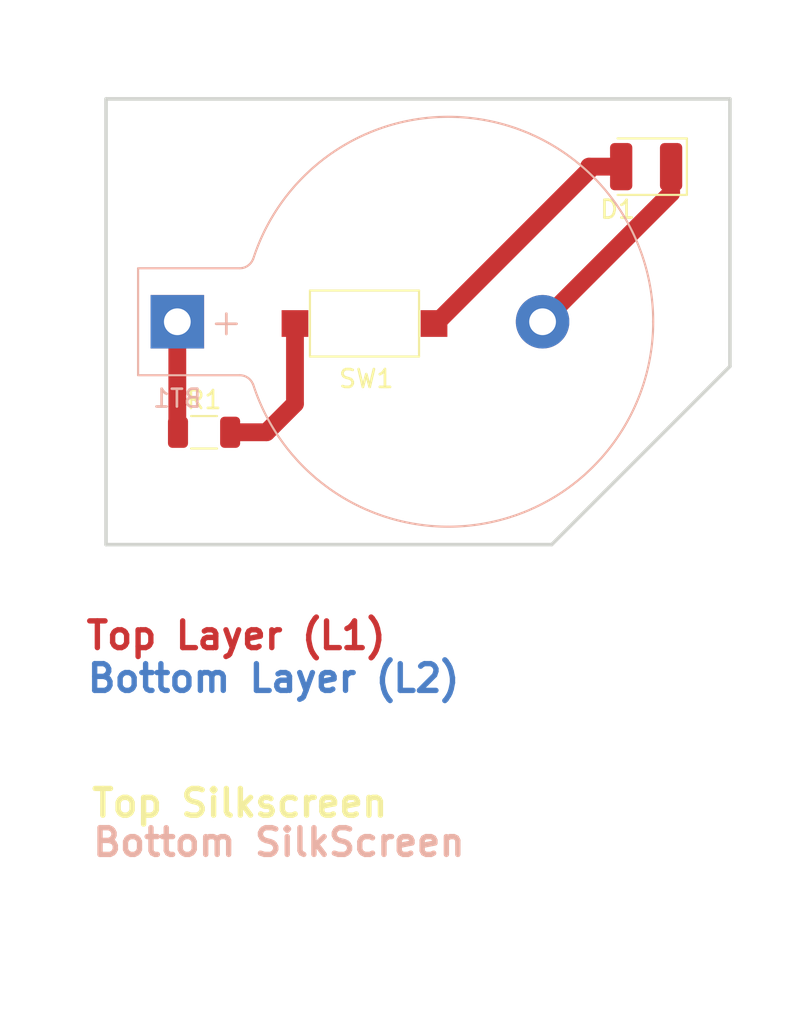
<source format=kicad_pcb>
(kicad_pcb (version 20171130) (host pcbnew "(5.1.9)-1")

  (general
    (thickness 1.6)
    (drawings 492)
    (tracks 12)
    (zones 0)
    (modules 5)
    (nets 5)
  )

  (page A4)
  (layers
    (0 F.Cu signal)
    (31 B.Cu signal)
    (32 B.Adhes user)
    (33 F.Adhes user)
    (34 B.Paste user)
    (35 F.Paste user)
    (36 B.SilkS user)
    (37 F.SilkS user)
    (38 B.Mask user)
    (39 F.Mask user)
    (40 Dwgs.User user)
    (41 Cmts.User user)
    (42 Eco1.User user)
    (43 Eco2.User user)
    (44 Edge.Cuts user)
    (45 Margin user)
    (46 B.CrtYd user)
    (47 F.CrtYd user)
    (48 B.Fab user)
    (49 F.Fab user)
  )

  (setup
    (last_trace_width 1)
    (trace_clearance 0.3)
    (zone_clearance 0.508)
    (zone_45_only no)
    (trace_min 1)
    (via_size 0.8)
    (via_drill 0.4)
    (via_min_size 0.4)
    (via_min_drill 0.3)
    (uvia_size 0.3)
    (uvia_drill 0.1)
    (uvias_allowed no)
    (uvia_min_size 0.2)
    (uvia_min_drill 0.1)
    (edge_width 0.05)
    (segment_width 0.2)
    (pcb_text_width 0.3)
    (pcb_text_size 1.5 1.5)
    (mod_edge_width 0.12)
    (mod_text_size 1 1)
    (mod_text_width 0.15)
    (pad_size 1.524 1.524)
    (pad_drill 0.762)
    (pad_to_mask_clearance 0)
    (aux_axis_origin 0 0)
    (visible_elements 7FFFFFFF)
    (pcbplotparams
      (layerselection 0x10000_7ffffffe)
      (usegerberextensions false)
      (usegerberattributes true)
      (usegerberadvancedattributes true)
      (creategerberjobfile true)
      (excludeedgelayer false)
      (linewidth 0.100000)
      (plotframeref false)
      (viasonmask false)
      (mode 1)
      (useauxorigin false)
      (hpglpennumber 1)
      (hpglpenspeed 20)
      (hpglpendiameter 15.000000)
      (psnegative false)
      (psa4output false)
      (plotreference true)
      (plotvalue false)
      (plotinvisibletext false)
      (padsonsilk false)
      (subtractmaskfromsilk false)
      (outputformat 4)
      (mirror true)
      (drillshape 0)
      (scaleselection 1)
      (outputdirectory "Gerber"))
  )

  (net 0 "")
  (net 1 "Net-(BT1-Pad2)")
  (net 2 "Net-(BT1-Pad1)")
  (net 3 "Net-(D1-Pad2)")
  (net 4 "Net-(R1-Pad2)")

  (net_class Default "This is the default net class."
    (clearance 0.3)
    (trace_width 1)
    (via_dia 0.8)
    (via_drill 0.4)
    (uvia_dia 0.3)
    (uvia_drill 0.1)
    (diff_pair_width 1)
    (diff_pair_gap 0.25)
    (add_net "Net-(BT1-Pad1)")
    (add_net "Net-(BT1-Pad2)")
    (add_net "Net-(D1-Pad2)")
    (add_net "Net-(R1-Pad2)")
  )

  (module Resistor_SMD:R_1206_3216Metric (layer F.Cu) (tedit 5F68FEEE) (tstamp 60E07B9F)
    (at 85.5 108.7)
    (descr "Resistor SMD 1206 (3216 Metric), square (rectangular) end terminal, IPC_7351 nominal, (Body size source: IPC-SM-782 page 72, https://www.pcb-3d.com/wordpress/wp-content/uploads/ipc-sm-782a_amendment_1_and_2.pdf), generated with kicad-footprint-generator")
    (tags resistor)
    (path /60E10281)
    (attr smd)
    (fp_text reference R1 (at 0 -1.82) (layer F.SilkS)
      (effects (font (size 1 1) (thickness 0.15)))
    )
    (fp_text value 300R (at 0 1.82) (layer F.Fab)
      (effects (font (size 1 1) (thickness 0.15)))
    )
    (fp_line (start -1.6 0.8) (end -1.6 -0.8) (layer F.Fab) (width 0.1))
    (fp_line (start -1.6 -0.8) (end 1.6 -0.8) (layer F.Fab) (width 0.1))
    (fp_line (start 1.6 -0.8) (end 1.6 0.8) (layer F.Fab) (width 0.1))
    (fp_line (start 1.6 0.8) (end -1.6 0.8) (layer F.Fab) (width 0.1))
    (fp_line (start -0.727064 -0.91) (end 0.727064 -0.91) (layer F.SilkS) (width 0.12))
    (fp_line (start -0.727064 0.91) (end 0.727064 0.91) (layer F.SilkS) (width 0.12))
    (fp_line (start -2.28 1.12) (end -2.28 -1.12) (layer F.CrtYd) (width 0.05))
    (fp_line (start -2.28 -1.12) (end 2.28 -1.12) (layer F.CrtYd) (width 0.05))
    (fp_line (start 2.28 -1.12) (end 2.28 1.12) (layer F.CrtYd) (width 0.05))
    (fp_line (start 2.28 1.12) (end -2.28 1.12) (layer F.CrtYd) (width 0.05))
    (fp_text user %R (at 0 0) (layer F.Fab)
      (effects (font (size 0.8 0.8) (thickness 0.12)))
    )
    (pad 2 smd roundrect (at 1.4625 0) (size 1.125 1.75) (layers F.Cu F.Paste F.Mask) (roundrect_rratio 0.2222213333333333)
      (net 4 "Net-(R1-Pad2)"))
    (pad 1 smd roundrect (at -1.4625 0) (size 1.125 1.75) (layers F.Cu F.Paste F.Mask) (roundrect_rratio 0.2222213333333333)
      (net 2 "Net-(BT1-Pad1)"))
    (model ${KISYS3DMOD}/Resistor_SMD.3dshapes/R_1206_3216Metric.wrl
      (at (xyz 0 0 0))
      (scale (xyz 1 1 1))
      (rotate (xyz 0 0 0))
    )
  )

  (module Button_Switch_SMD:SW_SPST_CK_RS282G05A3 (layer F.Cu) (tedit 5A7A67D2) (tstamp 60E07BBA)
    (at 94.5 102.6 180)
    (descr https://www.mouser.com/ds/2/60/RS-282G05A-SM_RT-1159762.pdf)
    (tags "SPST button tactile switch")
    (path /60E0EF37)
    (attr smd)
    (fp_text reference SW1 (at -0.2 -2.7) (layer B.Fab) hide
      (effects (font (size 1 1) (thickness 0.15)) (justify mirror))
    )
    (fp_text value SW_Push (at 0 3) (layer F.Fab)
      (effects (font (size 1 1) (thickness 0.15)))
    )
    (fp_line (start -4.9 2.05) (end -4.9 -2.05) (layer F.CrtYd) (width 0.05))
    (fp_line (start 4.9 2.05) (end -4.9 2.05) (layer F.CrtYd) (width 0.05))
    (fp_line (start 4.9 -2.05) (end 4.9 2.05) (layer F.CrtYd) (width 0.05))
    (fp_line (start -4.9 -2.05) (end 4.9 -2.05) (layer F.CrtYd) (width 0.05))
    (fp_line (start -1.75 -1) (end 1.75 -1) (layer F.Fab) (width 0.1))
    (fp_line (start 1.75 -1) (end 1.75 1) (layer F.Fab) (width 0.1))
    (fp_line (start 1.75 1) (end -1.75 1) (layer F.Fab) (width 0.1))
    (fp_line (start -1.75 1) (end -1.75 -1) (layer F.Fab) (width 0.1))
    (fp_line (start -3.06 -1.85) (end 3.06 -1.85) (layer F.SilkS) (width 0.12))
    (fp_line (start 3.06 -1.85) (end 3.06 1.85) (layer F.SilkS) (width 0.12))
    (fp_line (start 3.06 1.85) (end -3.06 1.85) (layer F.SilkS) (width 0.12))
    (fp_line (start -3.06 1.85) (end -3.06 -1.85) (layer F.SilkS) (width 0.12))
    (fp_line (start -1.5 0.8) (end 1.5 0.8) (layer F.Fab) (width 0.1))
    (fp_line (start -1.5 -0.8) (end 1.5 -0.8) (layer F.Fab) (width 0.1))
    (fp_line (start 1.5 -0.8) (end 1.5 0.8) (layer F.Fab) (width 0.1))
    (fp_line (start -1.5 -0.8) (end -1.5 0.8) (layer F.Fab) (width 0.1))
    (fp_line (start -3 1.8) (end 3 1.8) (layer F.Fab) (width 0.1))
    (fp_line (start -3 -1.8) (end 3 -1.8) (layer F.Fab) (width 0.1))
    (fp_line (start -3 -1.8) (end -3 1.8) (layer F.Fab) (width 0.1))
    (fp_line (start 3 -1.8) (end 3 1.8) (layer F.Fab) (width 0.1))
    (fp_text user %R (at -0.1 -3.1) (layer F.SilkS)
      (effects (font (size 1 1) (thickness 0.15)))
    )
    (pad 2 smd rect (at 3.9 0 180) (size 1.5 1.5) (layers F.Cu F.Paste F.Mask)
      (net 4 "Net-(R1-Pad2)"))
    (pad 1 smd rect (at -3.9 0 180) (size 1.5 1.5) (layers F.Cu F.Paste F.Mask)
      (net 3 "Net-(D1-Pad2)"))
    (model ${KISYS3DMOD}/Button_Switch_SMD.3dshapes/SW_SPST_CK_RS282G05A3.wrl
      (at (xyz 0 0 0))
      (scale (xyz 1 1 1))
      (rotate (xyz 0 0 0))
    )
  )

  (module MountingHole:MountingHole_4mm (layer F.Cu) (tedit 56D1B4CB) (tstamp 60E07B8E)
    (at 85 95)
    (descr "Mounting Hole 4mm, no annular")
    (tags "mounting hole 4mm no annular")
    (path /60E07DCA)
    (attr virtual)
    (fp_text reference H1 (at 0 -5) (layer F.SilkS) hide
      (effects (font (size 1 1) (thickness 0.15)))
    )
    (fp_text value MountingHole (at 0 5) (layer F.Fab) hide
      (effects (font (size 1 1) (thickness 0.15)))
    )
    (fp_circle (center 0 0) (end 4 0) (layer Cmts.User) (width 0.15))
    (fp_circle (center 0 0) (end 4.25 0) (layer F.CrtYd) (width 0.05))
    (fp_text user %R (at 0.3 0) (layer F.Fab) hide
      (effects (font (size 1 1) (thickness 0.15)))
    )
    (pad 1 np_thru_hole circle (at 0 0) (size 4 4) (drill 4) (layers *.Cu *.Mask))
  )

  (module LED_SMD:LED_1210_3225Metric (layer F.Cu) (tedit 5F68FEF1) (tstamp 60E07B86)
    (at 110.3 93.8 180)
    (descr "LED SMD 1210 (3225 Metric), square (rectangular) end terminal, IPC_7351 nominal, (Body size source: http://www.tortai-tech.com/upload/download/2011102023233369053.pdf), generated with kicad-footprint-generator")
    (tags LED)
    (path /60E10E4E)
    (attr smd)
    (fp_text reference D1 (at 1.6 -2.4) (layer F.SilkS)
      (effects (font (size 1 1) (thickness 0.15)))
    )
    (fp_text value RED (at 0 2.28) (layer F.Fab)
      (effects (font (size 1 1) (thickness 0.15)))
    )
    (fp_line (start 1.6 -1.25) (end -0.975 -1.25) (layer F.Fab) (width 0.1))
    (fp_line (start -0.975 -1.25) (end -1.6 -0.625) (layer F.Fab) (width 0.1))
    (fp_line (start -1.6 -0.625) (end -1.6 1.25) (layer F.Fab) (width 0.1))
    (fp_line (start -1.6 1.25) (end 1.6 1.25) (layer F.Fab) (width 0.1))
    (fp_line (start 1.6 1.25) (end 1.6 -1.25) (layer F.Fab) (width 0.1))
    (fp_line (start 1.6 -1.585) (end -2.285 -1.585) (layer F.SilkS) (width 0.12))
    (fp_line (start -2.285 -1.585) (end -2.285 1.585) (layer F.SilkS) (width 0.12))
    (fp_line (start -2.285 1.585) (end 1.6 1.585) (layer F.SilkS) (width 0.12))
    (fp_line (start -2.28 1.58) (end -2.28 -1.58) (layer F.CrtYd) (width 0.05))
    (fp_line (start -2.28 -1.58) (end 2.28 -1.58) (layer F.CrtYd) (width 0.05))
    (fp_line (start 2.28 -1.58) (end 2.28 1.58) (layer F.CrtYd) (width 0.05))
    (fp_line (start 2.28 1.58) (end -2.28 1.58) (layer F.CrtYd) (width 0.05))
    (fp_text user %R (at 0 0) (layer F.Fab)
      (effects (font (size 0.8 0.8) (thickness 0.12)))
    )
    (pad 2 smd roundrect (at 1.4 0 180) (size 1.25 2.65) (layers F.Cu F.Paste F.Mask) (roundrect_rratio 0.2)
      (net 3 "Net-(D1-Pad2)"))
    (pad 1 smd roundrect (at -1.4 0 180) (size 1.25 2.65) (layers F.Cu F.Paste F.Mask) (roundrect_rratio 0.2)
      (net 1 "Net-(BT1-Pad2)"))
    (model ${KISYS3DMOD}/LED_SMD.3dshapes/LED_1210_3225Metric.wrl
      (at (xyz 0 0 0))
      (scale (xyz 1 1 1))
      (rotate (xyz 0 0 0))
    )
  )

  (module SimpleLED:BatteryHolder_Keystone_103_1x20mm (layer B.Cu) (tedit 60557C3B) (tstamp 60E07B73)
    (at 84 102.5)
    (descr http://www.keyelco.com/product-pdf.cfm?p=719)
    (tags "Keystone type 103 battery holder")
    (path /60E072E0)
    (fp_text reference BT1 (at 0 4.3) (layer B.SilkS)
      (effects (font (size 1 1) (thickness 0.15)) (justify mirror))
    )
    (fp_text value "103(CR2032)" (at 15 -13) (layer F.Fab)
      (effects (font (size 1 1) (thickness 0.15)))
    )
    (fp_line (start 0 1.3) (end 0 -1.3) (layer B.Fab) (width 0.1))
    (fp_line (start 16.2 1.3) (end 0 1.3) (layer B.Fab) (width 0.1))
    (fp_line (start 0 -1.3) (end 16.2 -1.3) (layer B.Fab) (width 0.1))
    (fp_line (start -2.1 2.5) (end -2.1 -2.5) (layer B.Fab) (width 0.1))
    (fp_line (start -1.7 -2.9) (end 3.5306 -2.9) (layer B.Fab) (width 0.1))
    (fp_line (start 3.5306 2.9) (end -1.7 2.9) (layer B.Fab) (width 0.1))
    (fp_line (start 23.5712 7.7216) (end 22.6314 6.858) (layer B.Fab) (width 0.1))
    (fp_line (start 23.5712 -7.7216) (end 22.6568 -6.8834) (layer B.Fab) (width 0.1))
    (fp_line (start -2.2 -3) (end 3.5 -3) (layer B.SilkS) (width 0.12))
    (fp_line (start -2.2 -3) (end -2.2 3) (layer B.SilkS) (width 0.12))
    (fp_line (start -2.2 3) (end 3.5 3) (layer B.SilkS) (width 0.12))
    (fp_line (start -2.45 -3.25) (end -2.45 3.25) (layer B.CrtYd) (width 0.05))
    (fp_line (start -2.45 -3.25) (end 3.5 -3.25) (layer B.CrtYd) (width 0.05))
    (fp_line (start -2.45 3.25) (end 3.5 3.25) (layer B.CrtYd) (width 0.05))
    (fp_text user + (at 2.75 0) (layer B.SilkS)
      (effects (font (size 1.5 1.5) (thickness 0.15)) (justify mirror))
    )
    (fp_text user %R (at 0 0) (layer B.Fab)
      (effects (font (size 1 1) (thickness 0.15)) (justify mirror))
    )
    (fp_arc (start 15.2 0) (end 4.01 -3.6) (angle 162.1661955) (layer B.CrtYd) (width 0.05))
    (fp_arc (start 15.2 0) (end 4.01 3.6) (angle -162.1661955) (layer B.CrtYd) (width 0.05))
    (fp_arc (start 3.5 -3.8) (end 3.5 -3.25) (angle -70) (layer B.CrtYd) (width 0.05))
    (fp_arc (start 3.5 3.8) (end 3.5 3.25) (angle 70) (layer B.CrtYd) (width 0.05))
    (fp_arc (start 15.2 0) (end 4.25 -3.5) (angle 162.5) (layer B.SilkS) (width 0.12))
    (fp_arc (start 3.5 -3.8) (end 3.5 -3) (angle -70) (layer B.SilkS) (width 0.12))
    (fp_arc (start 15.2 0) (end 4.25 3.5) (angle -162.5) (layer B.SilkS) (width 0.12))
    (fp_arc (start 3.5 3.8) (end 3.5 3) (angle 70) (layer B.SilkS) (width 0.12))
    (fp_arc (start 3.5 -3.8) (end 3.5 -2.9) (angle -70) (layer B.Fab) (width 0.1))
    (fp_arc (start 15.2 0) (end 4.35 -3.5) (angle 162.5) (layer B.Fab) (width 0.1))
    (fp_arc (start 15.2 0) (end 4.35 3.5) (angle -162.5) (layer B.Fab) (width 0.1))
    (fp_arc (start 15.2 0) (end 5.2 -1.3) (angle 180) (layer B.Fab) (width 0.1))
    (fp_arc (start 15.2 0) (end 9 -1.3) (angle 170) (layer B.Fab) (width 0.1))
    (fp_arc (start 15.2 0) (end 13.3 -1.3) (angle 150) (layer B.Fab) (width 0.1))
    (fp_arc (start 15.2 0) (end 13.3 1.3) (angle -150) (layer B.Fab) (width 0.1))
    (fp_arc (start 15.2 0) (end 9 1.3) (angle -170) (layer B.Fab) (width 0.1))
    (fp_arc (start 15.2 0) (end 5.2 1.3) (angle -180) (layer B.Fab) (width 0.1))
    (fp_arc (start 3.5 3.8) (end 3.5 2.9) (angle 70) (layer B.Fab) (width 0.1))
    (fp_arc (start 16.2 0) (end 16.2 1.3) (angle -180) (layer B.Fab) (width 0.1))
    (fp_arc (start -1.7 -2.5) (end -2.1 -2.5) (angle 90) (layer B.Fab) (width 0.1))
    (fp_arc (start -1.7 2.5) (end -2.1 2.5) (angle -90) (layer B.Fab) (width 0.1))
    (pad 2 thru_hole circle (at 20.49 0) (size 3 3) (drill 1.5) (layers *.Cu *.Mask)
      (net 1 "Net-(BT1-Pad2)"))
    (pad 1 thru_hole rect (at 0 0) (size 3 3) (drill 1.5) (layers *.Cu *.Mask)
      (net 2 "Net-(BT1-Pad1)"))
    (model ${KISYS3DMOD}/Battery.3dshapes/BatteryHolder_Keystone_103_1x20mm.wrl
      (at (xyz 0 0 0))
      (scale (xyz 1 1 1))
      (rotate (xyz 0 0 0))
    )
  )

  (gr_text "Bottom Assembly" (at 89.2 140.5) (layer B.Fab)
    (effects (font (size 1.5 1.5) (thickness 0.3)) (justify mirror))
  )
  (gr_text "Top Assembly" (at 87.1 138.3) (layer F.Fab)
    (effects (font (size 1.5 1.5) (thickness 0.3)))
  )
  (gr_text "Bottom Soldermask" (at 90.3 136.1) (layer B.Mask) (tstamp 60E084B5)
    (effects (font (size 1.5 1.5) (thickness 0.3)))
  )
  (gr_text "Top Soldermask" (at 88.4 133.8) (layer F.Mask) (tstamp 60E084B1)
    (effects (font (size 1.5 1.5) (thickness 0.3)))
  )
  (gr_text "Bottom SilkScreen" (at 89.7 131.7) (layer B.SilkS) (tstamp 60E0844E)
    (effects (font (size 1.5 1.5) (thickness 0.3)))
  )
  (gr_text "Top Silkscreen" (at 87.5 129.5) (layer F.SilkS) (tstamp 60E08448)
    (effects (font (size 1.5 1.5) (thickness 0.3)))
  )
  (gr_text "Buttom Paste" (at 86.7 127.1) (layer B.Paste) (tstamp 60E08408)
    (effects (font (size 1.5 1.5) (thickness 0.3)))
  )
  (gr_text "Top Paste" (at 84.7 124.9) (layer F.Paste) (tstamp 60E08407)
    (effects (font (size 1.5 1.5) (thickness 0.3)))
  )
  (gr_text "Bottom Layer (L2)" (at 89.4 122.5) (layer B.Cu) (tstamp 60E083FE)
    (effects (font (size 1.5 1.5) (thickness 0.3)))
  )
  (gr_text "Top Layer (L1)" (at 87.3 120.1) (layer F.Cu)
    (effects (font (size 1.5 1.5) (thickness 0.3)))
  )
  (gr_line (start 80 90) (end 80 115) (layer Edge.Cuts) (width 0.2) (tstamp 60E07917))
  (gr_line (start 115 105) (end 105 115) (layer Edge.Cuts) (width 0.2) (tstamp 60E07916))
  (gr_line (start 115 90) (end 115 105) (layer Edge.Cuts) (width 0.2) (tstamp 60E07915))
  (gr_line (start 80 115) (end 105 115) (layer Edge.Cuts) (width 0.2) (tstamp 60E07914))
  (gr_line (start 80 90) (end 115 90) (layer Edge.Cuts) (width 0.2) (tstamp 60E07913))
  (gr_line (start 115 90) (end 115 105) (layer Dwgs.User) (width 0.2))
  (gr_line (start 80 115) (end 105 115) (layer Dwgs.User) (width 0.2))
  (gr_line (start 80 90) (end 80 115) (layer Dwgs.User) (width 0.2))
  (gr_line (start 80 90) (end 115 90) (layer Dwgs.User) (width 0.2))
  (gr_line (start 115 105) (end 105 115) (layer Dwgs.User) (width 0.2))
  (gr_line (start 80 88.9) (end 81.1265 88.3136) (layer Dwgs.User) (width 0.2))
  (gr_line (start 80 88.9) (end 81.1265 89.4864) (layer Dwgs.User) (width 0.2))
  (gr_line (start 115 88.9) (end 113.873 88.3136) (layer Dwgs.User) (width 0.2))
  (gr_line (start 115 88.9) (end 113.873 89.4864) (layer Dwgs.User) (width 0.2))
  (gr_line (start 115 90) (end 115 88.3136) (layer Dwgs.User) (width 0.2))
  (gr_line (start 80 90) (end 80 88.3136) (layer Dwgs.User) (width 0.2))
  (gr_line (start 80 88.9) (end 115 88.9) (layer Dwgs.User) (width 0.2))
  (gr_line (start 99.9286 87.5286) (end 99.9286 88.0524) (layer Dwgs.User) (width 0.2))
  (gr_line (start 99.881 87.4333) (end 99.9286 87.5286) (layer Dwgs.User) (width 0.2))
  (gr_line (start 99.7857 87.3857) (end 99.881 87.4333) (layer Dwgs.User) (width 0.2))
  (gr_line (start 99.6429 87.3857) (end 99.7857 87.3857) (layer Dwgs.User) (width 0.2))
  (gr_line (start 99.5476 87.4333) (end 99.6429 87.3857) (layer Dwgs.User) (width 0.2))
  (gr_line (start 99.5 87.5286) (end 99.5476 87.4333) (layer Dwgs.User) (width 0.2))
  (gr_line (start 99.5 87.5286) (end 99.5 88.0524) (layer Dwgs.User) (width 0.2))
  (gr_line (start 99.4524 87.4333) (end 99.5 87.5286) (layer Dwgs.User) (width 0.2))
  (gr_line (start 99.3571 87.3857) (end 99.4524 87.4333) (layer Dwgs.User) (width 0.2))
  (gr_line (start 99.2143 87.3857) (end 99.3571 87.3857) (layer Dwgs.User) (width 0.2))
  (gr_line (start 99.119 87.4333) (end 99.2143 87.3857) (layer Dwgs.User) (width 0.2))
  (gr_line (start 99.0714 87.481) (end 99.119 87.4333) (layer Dwgs.User) (width 0.2))
  (gr_line (start 99.0714 88.0524) (end 99.0714 87.3857) (layer Dwgs.User) (width 0.2))
  (gr_line (start 98.5952 87.5286) (end 98.5952 88.0524) (layer Dwgs.User) (width 0.2))
  (gr_line (start 98.5476 87.4333) (end 98.5952 87.5286) (layer Dwgs.User) (width 0.2))
  (gr_line (start 98.4524 87.3857) (end 98.5476 87.4333) (layer Dwgs.User) (width 0.2))
  (gr_line (start 98.3095 87.3857) (end 98.4524 87.3857) (layer Dwgs.User) (width 0.2))
  (gr_line (start 98.2143 87.4333) (end 98.3095 87.3857) (layer Dwgs.User) (width 0.2))
  (gr_line (start 98.1667 87.5286) (end 98.2143 87.4333) (layer Dwgs.User) (width 0.2))
  (gr_line (start 98.1667 87.5286) (end 98.1667 88.0524) (layer Dwgs.User) (width 0.2))
  (gr_line (start 98.119 87.4333) (end 98.1667 87.5286) (layer Dwgs.User) (width 0.2))
  (gr_line (start 98.0238 87.3857) (end 98.119 87.4333) (layer Dwgs.User) (width 0.2))
  (gr_line (start 97.881 87.3857) (end 98.0238 87.3857) (layer Dwgs.User) (width 0.2))
  (gr_line (start 97.7857 87.4333) (end 97.881 87.3857) (layer Dwgs.User) (width 0.2))
  (gr_line (start 97.7381 87.481) (end 97.7857 87.4333) (layer Dwgs.User) (width 0.2))
  (gr_line (start 97.7381 88.0524) (end 97.7381 87.3857) (layer Dwgs.User) (width 0.2))
  (gr_line (start 96.0238 88.0048) (end 95.9762 87.9571) (layer Dwgs.User) (width 0.2))
  (gr_line (start 96.119 88.0524) (end 96.0238 88.0048) (layer Dwgs.User) (width 0.2))
  (gr_line (start 96.3571 88.0524) (end 96.119 88.0524) (layer Dwgs.User) (width 0.2))
  (gr_line (start 96.4524 88.0048) (end 96.3571 88.0524) (layer Dwgs.User) (width 0.2))
  (gr_line (start 96.5 87.9571) (end 96.4524 88.0048) (layer Dwgs.User) (width 0.2))
  (gr_line (start 96.5476 87.8619) (end 96.5 87.9571) (layer Dwgs.User) (width 0.2))
  (gr_line (start 96.5476 87.6238) (end 96.5476 87.8619) (layer Dwgs.User) (width 0.2))
  (gr_line (start 96.5 87.5286) (end 96.5476 87.6238) (layer Dwgs.User) (width 0.2))
  (gr_line (start 96.4524 87.481) (end 96.5 87.5286) (layer Dwgs.User) (width 0.2))
  (gr_line (start 96.3571 87.4333) (end 96.4524 87.481) (layer Dwgs.User) (width 0.2))
  (gr_line (start 96.119 87.4333) (end 96.3571 87.4333) (layer Dwgs.User) (width 0.2))
  (gr_line (start 96.0238 87.481) (end 96.119 87.4333) (layer Dwgs.User) (width 0.2))
  (gr_line (start 95.9762 87.5286) (end 96.0238 87.481) (layer Dwgs.User) (width 0.2))
  (gr_line (start 96.0238 87.0524) (end 95.9762 87.5286) (layer Dwgs.User) (width 0.2))
  (gr_line (start 96.5 87.0524) (end 96.0238 87.0524) (layer Dwgs.User) (width 0.2))
  (gr_line (start 95.0238 88.0048) (end 94.9762 87.9571) (layer Dwgs.User) (width 0.2))
  (gr_line (start 95.119 88.0524) (end 95.0238 88.0048) (layer Dwgs.User) (width 0.2))
  (gr_line (start 95.4048 88.0524) (end 95.119 88.0524) (layer Dwgs.User) (width 0.2))
  (gr_line (start 95.5 88.0048) (end 95.4048 88.0524) (layer Dwgs.User) (width 0.2))
  (gr_line (start 95.5476 87.9571) (end 95.5 88.0048) (layer Dwgs.User) (width 0.2))
  (gr_line (start 95.5952 87.8619) (end 95.5476 87.9571) (layer Dwgs.User) (width 0.2))
  (gr_line (start 95.5952 87.6238) (end 95.5952 87.8619) (layer Dwgs.User) (width 0.2))
  (gr_line (start 95.5476 87.5286) (end 95.5952 87.6238) (layer Dwgs.User) (width 0.2))
  (gr_line (start 95.5 87.481) (end 95.5476 87.5286) (layer Dwgs.User) (width 0.2))
  (gr_line (start 95.4048 87.4333) (end 95.5 87.481) (layer Dwgs.User) (width 0.2))
  (gr_line (start 95.2619 87.4333) (end 95.4048 87.4333) (layer Dwgs.User) (width 0.2))
  (gr_line (start 95.5952 87.0524) (end 95.2619 87.4333) (layer Dwgs.User) (width 0.2))
  (gr_line (start 94.9762 87.0524) (end 95.5952 87.0524) (layer Dwgs.User) (width 0.2))
  (gr_line (start 78.8 90) (end 79.3864 91.1265) (layer Dwgs.User) (width 0.2))
  (gr_line (start 78.8 90) (end 78.2136 91.1265) (layer Dwgs.User) (width 0.2))
  (gr_line (start 78.8 115) (end 79.3864 113.873) (layer Dwgs.User) (width 0.2))
  (gr_line (start 78.8 115) (end 78.2136 113.873) (layer Dwgs.User) (width 0.2))
  (gr_line (start 80 115) (end 78.2136 115) (layer Dwgs.User) (width 0.2))
  (gr_line (start 80 90) (end 78.2136 90) (layer Dwgs.User) (width 0.2))
  (gr_line (start 78.8 90) (end 78.8 115) (layer Dwgs.User) (width 0.2))
  (gr_line (start 77.5714 104.929) (end 77.0476 104.929) (layer Dwgs.User) (width 0.2))
  (gr_line (start 77.6667 104.881) (end 77.5714 104.929) (layer Dwgs.User) (width 0.2))
  (gr_line (start 77.7143 104.786) (end 77.6667 104.881) (layer Dwgs.User) (width 0.2))
  (gr_line (start 77.7143 104.643) (end 77.7143 104.786) (layer Dwgs.User) (width 0.2))
  (gr_line (start 77.6667 104.548) (end 77.7143 104.643) (layer Dwgs.User) (width 0.2))
  (gr_line (start 77.5714 104.5) (end 77.6667 104.548) (layer Dwgs.User) (width 0.2))
  (gr_line (start 77.5714 104.5) (end 77.0476 104.5) (layer Dwgs.User) (width 0.2))
  (gr_line (start 77.6667 104.452) (end 77.5714 104.5) (layer Dwgs.User) (width 0.2))
  (gr_line (start 77.7143 104.357) (end 77.6667 104.452) (layer Dwgs.User) (width 0.2))
  (gr_line (start 77.7143 104.214) (end 77.7143 104.357) (layer Dwgs.User) (width 0.2))
  (gr_line (start 77.6667 104.119) (end 77.7143 104.214) (layer Dwgs.User) (width 0.2))
  (gr_line (start 77.619 104.071) (end 77.6667 104.119) (layer Dwgs.User) (width 0.2))
  (gr_line (start 77.0476 104.071) (end 77.7143 104.071) (layer Dwgs.User) (width 0.2))
  (gr_line (start 77.5714 103.595) (end 77.0476 103.595) (layer Dwgs.User) (width 0.2))
  (gr_line (start 77.6667 103.548) (end 77.5714 103.595) (layer Dwgs.User) (width 0.2))
  (gr_line (start 77.7143 103.452) (end 77.6667 103.548) (layer Dwgs.User) (width 0.2))
  (gr_line (start 77.7143 103.31) (end 77.7143 103.452) (layer Dwgs.User) (width 0.2))
  (gr_line (start 77.6667 103.214) (end 77.7143 103.31) (layer Dwgs.User) (width 0.2))
  (gr_line (start 77.5714 103.167) (end 77.6667 103.214) (layer Dwgs.User) (width 0.2))
  (gr_line (start 77.5714 103.167) (end 77.0476 103.167) (layer Dwgs.User) (width 0.2))
  (gr_line (start 77.6667 103.119) (end 77.5714 103.167) (layer Dwgs.User) (width 0.2))
  (gr_line (start 77.7143 103.024) (end 77.6667 103.119) (layer Dwgs.User) (width 0.2))
  (gr_line (start 77.7143 102.881) (end 77.7143 103.024) (layer Dwgs.User) (width 0.2))
  (gr_line (start 77.6667 102.786) (end 77.7143 102.881) (layer Dwgs.User) (width 0.2))
  (gr_line (start 77.619 102.738) (end 77.6667 102.786) (layer Dwgs.User) (width 0.2))
  (gr_line (start 77.0476 102.738) (end 77.7143 102.738) (layer Dwgs.User) (width 0.2))
  (gr_line (start 77.0952 101.024) (end 77.1429 100.976) (layer Dwgs.User) (width 0.2))
  (gr_line (start 77.0476 101.119) (end 77.0952 101.024) (layer Dwgs.User) (width 0.2))
  (gr_line (start 77.0476 101.357) (end 77.0476 101.119) (layer Dwgs.User) (width 0.2))
  (gr_line (start 77.0952 101.452) (end 77.0476 101.357) (layer Dwgs.User) (width 0.2))
  (gr_line (start 77.1429 101.5) (end 77.0952 101.452) (layer Dwgs.User) (width 0.2))
  (gr_line (start 77.2381 101.548) (end 77.1429 101.5) (layer Dwgs.User) (width 0.2))
  (gr_line (start 77.4762 101.548) (end 77.2381 101.548) (layer Dwgs.User) (width 0.2))
  (gr_line (start 77.5714 101.5) (end 77.4762 101.548) (layer Dwgs.User) (width 0.2))
  (gr_line (start 77.619 101.452) (end 77.5714 101.5) (layer Dwgs.User) (width 0.2))
  (gr_line (start 77.6667 101.357) (end 77.619 101.452) (layer Dwgs.User) (width 0.2))
  (gr_line (start 77.6667 101.119) (end 77.6667 101.357) (layer Dwgs.User) (width 0.2))
  (gr_line (start 77.619 101.024) (end 77.6667 101.119) (layer Dwgs.User) (width 0.2))
  (gr_line (start 77.5714 100.976) (end 77.619 101.024) (layer Dwgs.User) (width 0.2))
  (gr_line (start 78.0476 101.024) (end 77.5714 100.976) (layer Dwgs.User) (width 0.2))
  (gr_line (start 78.0476 101.5) (end 78.0476 101.024) (layer Dwgs.User) (width 0.2))
  (gr_line (start 77.0476 99.9762) (end 77.0476 100.595) (layer Dwgs.User) (width 0.2))
  (gr_line (start 77.619 100.548) (end 77.0476 99.9762) (layer Dwgs.User) (width 0.2))
  (gr_line (start 77.7619 100.595) (end 77.619 100.548) (layer Dwgs.User) (width 0.2))
  (gr_line (start 77.8571 100.595) (end 77.7619 100.595) (layer Dwgs.User) (width 0.2))
  (gr_line (start 77.9524 100.548) (end 77.8571 100.595) (layer Dwgs.User) (width 0.2))
  (gr_line (start 78 100.5) (end 77.9524 100.548) (layer Dwgs.User) (width 0.2))
  (gr_line (start 78.0476 100.405) (end 78 100.5) (layer Dwgs.User) (width 0.2))
  (gr_line (start 78.0476 100.167) (end 78.0476 100.405) (layer Dwgs.User) (width 0.2))
  (gr_line (start 78 100.071) (end 78.0476 100.167) (layer Dwgs.User) (width 0.2))
  (gr_line (start 77.9524 100.024) (end 78 100.071) (layer Dwgs.User) (width 0.2))
  (gr_line (start 105 116.5) (end 106.127 115.914) (layer Dwgs.User) (width 0.2))
  (gr_line (start 105 116.5) (end 106.127 117.086) (layer Dwgs.User) (width 0.2))
  (gr_line (start 115 116.5) (end 113.873 115.914) (layer Dwgs.User) (width 0.2))
  (gr_line (start 115 116.5) (end 113.873 117.086) (layer Dwgs.User) (width 0.2))
  (gr_line (start 115 115) (end 115 117.086) (layer Dwgs.User) (width 0.2))
  (gr_line (start 105 115) (end 105 117.086) (layer Dwgs.User) (width 0.2))
  (gr_line (start 105 116.5) (end 115 116.5) (layer Dwgs.User) (width 0.2))
  (gr_line (start 112.429 117.729) (end 112.429 118.252) (layer Dwgs.User) (width 0.2))
  (gr_line (start 112.381 117.633) (end 112.429 117.729) (layer Dwgs.User) (width 0.2))
  (gr_line (start 112.286 117.586) (end 112.381 117.633) (layer Dwgs.User) (width 0.2))
  (gr_line (start 112.143 117.586) (end 112.286 117.586) (layer Dwgs.User) (width 0.2))
  (gr_line (start 112.048 117.633) (end 112.143 117.586) (layer Dwgs.User) (width 0.2))
  (gr_line (start 112 117.729) (end 112.048 117.633) (layer Dwgs.User) (width 0.2))
  (gr_line (start 112 117.729) (end 112 118.252) (layer Dwgs.User) (width 0.2))
  (gr_line (start 111.952 117.633) (end 112 117.729) (layer Dwgs.User) (width 0.2))
  (gr_line (start 111.857 117.586) (end 111.952 117.633) (layer Dwgs.User) (width 0.2))
  (gr_line (start 111.714 117.586) (end 111.857 117.586) (layer Dwgs.User) (width 0.2))
  (gr_line (start 111.619 117.633) (end 111.714 117.586) (layer Dwgs.User) (width 0.2))
  (gr_line (start 111.571 117.681) (end 111.619 117.633) (layer Dwgs.User) (width 0.2))
  (gr_line (start 111.571 118.252) (end 111.571 117.586) (layer Dwgs.User) (width 0.2))
  (gr_line (start 111.095 117.729) (end 111.095 118.252) (layer Dwgs.User) (width 0.2))
  (gr_line (start 111.048 117.633) (end 111.095 117.729) (layer Dwgs.User) (width 0.2))
  (gr_line (start 110.952 117.586) (end 111.048 117.633) (layer Dwgs.User) (width 0.2))
  (gr_line (start 110.81 117.586) (end 110.952 117.586) (layer Dwgs.User) (width 0.2))
  (gr_line (start 110.714 117.633) (end 110.81 117.586) (layer Dwgs.User) (width 0.2))
  (gr_line (start 110.667 117.729) (end 110.714 117.633) (layer Dwgs.User) (width 0.2))
  (gr_line (start 110.667 117.729) (end 110.667 118.252) (layer Dwgs.User) (width 0.2))
  (gr_line (start 110.619 117.633) (end 110.667 117.729) (layer Dwgs.User) (width 0.2))
  (gr_line (start 110.524 117.586) (end 110.619 117.633) (layer Dwgs.User) (width 0.2))
  (gr_line (start 110.381 117.586) (end 110.524 117.586) (layer Dwgs.User) (width 0.2))
  (gr_line (start 110.286 117.633) (end 110.381 117.586) (layer Dwgs.User) (width 0.2))
  (gr_line (start 110.238 117.681) (end 110.286 117.633) (layer Dwgs.User) (width 0.2))
  (gr_line (start 110.238 118.252) (end 110.238 117.586) (layer Dwgs.User) (width 0.2))
  (gr_line (start 108.619 117.3) (end 108.714 117.252) (layer Dwgs.User) (width 0.2))
  (gr_line (start 108.571 117.348) (end 108.619 117.3) (layer Dwgs.User) (width 0.2))
  (gr_line (start 108.524 117.443) (end 108.571 117.348) (layer Dwgs.User) (width 0.2))
  (gr_line (start 108.476 117.633) (end 108.524 117.443) (layer Dwgs.User) (width 0.2))
  (gr_line (start 108.476 117.871) (end 108.476 117.633) (layer Dwgs.User) (width 0.2))
  (gr_line (start 108.524 118.062) (end 108.476 117.871) (layer Dwgs.User) (width 0.2))
  (gr_line (start 108.571 118.157) (end 108.524 118.062) (layer Dwgs.User) (width 0.2))
  (gr_line (start 108.619 118.205) (end 108.571 118.157) (layer Dwgs.User) (width 0.2))
  (gr_line (start 108.714 118.252) (end 108.619 118.205) (layer Dwgs.User) (width 0.2))
  (gr_line (start 108.81 118.252) (end 108.714 118.252) (layer Dwgs.User) (width 0.2))
  (gr_line (start 108.905 118.205) (end 108.81 118.252) (layer Dwgs.User) (width 0.2))
  (gr_line (start 108.952 118.157) (end 108.905 118.205) (layer Dwgs.User) (width 0.2))
  (gr_line (start 109 118.062) (end 108.952 118.157) (layer Dwgs.User) (width 0.2))
  (gr_line (start 109.048 117.871) (end 109 118.062) (layer Dwgs.User) (width 0.2))
  (gr_line (start 109.048 117.633) (end 109.048 117.871) (layer Dwgs.User) (width 0.2))
  (gr_line (start 109 117.443) (end 109.048 117.633) (layer Dwgs.User) (width 0.2))
  (gr_line (start 108.952 117.348) (end 109 117.443) (layer Dwgs.User) (width 0.2))
  (gr_line (start 108.905 117.3) (end 108.952 117.348) (layer Dwgs.User) (width 0.2))
  (gr_line (start 108.81 117.252) (end 108.905 117.3) (layer Dwgs.User) (width 0.2))
  (gr_line (start 108.714 117.252) (end 108.81 117.252) (layer Dwgs.User) (width 0.2))
  (gr_line (start 107.619 117.49) (end 107.524 117.538) (layer Dwgs.User) (width 0.2))
  (gr_line (start 107.714 117.395) (end 107.619 117.49) (layer Dwgs.User) (width 0.2))
  (gr_line (start 107.81 117.252) (end 107.714 117.395) (layer Dwgs.User) (width 0.2))
  (gr_line (start 107.81 118.252) (end 107.81 117.252) (layer Dwgs.User) (width 0.2))
  (gr_line (start 108.095 118.252) (end 107.524 118.252) (layer Dwgs.User) (width 0.2))
  (gr_line (start 116.5 105) (end 117.086 106.127) (layer Dwgs.User) (width 0.2))
  (gr_line (start 116.5 105) (end 115.914 106.127) (layer Dwgs.User) (width 0.2))
  (gr_line (start 116.5 115) (end 117.086 113.873) (layer Dwgs.User) (width 0.2))
  (gr_line (start 116.5 115) (end 115.914 113.873) (layer Dwgs.User) (width 0.2))
  (gr_line (start 115 115) (end 117.086 115) (layer Dwgs.User) (width 0.2))
  (gr_line (start 115 105) (end 117.086 105) (layer Dwgs.User) (width 0.2))
  (gr_line (start 116.5 105) (end 116.5 115) (layer Dwgs.User) (width 0.2))
  (gr_line (start 117.871 112.429) (end 117.348 112.429) (layer Dwgs.User) (width 0.2))
  (gr_line (start 117.967 112.381) (end 117.871 112.429) (layer Dwgs.User) (width 0.2))
  (gr_line (start 118.014 112.286) (end 117.967 112.381) (layer Dwgs.User) (width 0.2))
  (gr_line (start 118.014 112.143) (end 118.014 112.286) (layer Dwgs.User) (width 0.2))
  (gr_line (start 117.967 112.048) (end 118.014 112.143) (layer Dwgs.User) (width 0.2))
  (gr_line (start 117.871 112) (end 117.967 112.048) (layer Dwgs.User) (width 0.2))
  (gr_line (start 117.871 112) (end 117.348 112) (layer Dwgs.User) (width 0.2))
  (gr_line (start 117.967 111.952) (end 117.871 112) (layer Dwgs.User) (width 0.2))
  (gr_line (start 118.014 111.857) (end 117.967 111.952) (layer Dwgs.User) (width 0.2))
  (gr_line (start 118.014 111.714) (end 118.014 111.857) (layer Dwgs.User) (width 0.2))
  (gr_line (start 117.967 111.619) (end 118.014 111.714) (layer Dwgs.User) (width 0.2))
  (gr_line (start 117.919 111.571) (end 117.967 111.619) (layer Dwgs.User) (width 0.2))
  (gr_line (start 117.348 111.571) (end 118.014 111.571) (layer Dwgs.User) (width 0.2))
  (gr_line (start 117.871 111.095) (end 117.348 111.095) (layer Dwgs.User) (width 0.2))
  (gr_line (start 117.967 111.048) (end 117.871 111.095) (layer Dwgs.User) (width 0.2))
  (gr_line (start 118.014 110.952) (end 117.967 111.048) (layer Dwgs.User) (width 0.2))
  (gr_line (start 118.014 110.81) (end 118.014 110.952) (layer Dwgs.User) (width 0.2))
  (gr_line (start 117.967 110.714) (end 118.014 110.81) (layer Dwgs.User) (width 0.2))
  (gr_line (start 117.871 110.667) (end 117.967 110.714) (layer Dwgs.User) (width 0.2))
  (gr_line (start 117.871 110.667) (end 117.348 110.667) (layer Dwgs.User) (width 0.2))
  (gr_line (start 117.967 110.619) (end 117.871 110.667) (layer Dwgs.User) (width 0.2))
  (gr_line (start 118.014 110.524) (end 117.967 110.619) (layer Dwgs.User) (width 0.2))
  (gr_line (start 118.014 110.381) (end 118.014 110.524) (layer Dwgs.User) (width 0.2))
  (gr_line (start 117.967 110.286) (end 118.014 110.381) (layer Dwgs.User) (width 0.2))
  (gr_line (start 117.919 110.238) (end 117.967 110.286) (layer Dwgs.User) (width 0.2))
  (gr_line (start 117.348 110.238) (end 118.014 110.238) (layer Dwgs.User) (width 0.2))
  (gr_line (start 118.3 108.619) (end 118.348 108.714) (layer Dwgs.User) (width 0.2))
  (gr_line (start 118.252 108.571) (end 118.3 108.619) (layer Dwgs.User) (width 0.2))
  (gr_line (start 118.157 108.524) (end 118.252 108.571) (layer Dwgs.User) (width 0.2))
  (gr_line (start 117.967 108.476) (end 118.157 108.524) (layer Dwgs.User) (width 0.2))
  (gr_line (start 117.729 108.476) (end 117.967 108.476) (layer Dwgs.User) (width 0.2))
  (gr_line (start 117.538 108.524) (end 117.729 108.476) (layer Dwgs.User) (width 0.2))
  (gr_line (start 117.443 108.571) (end 117.538 108.524) (layer Dwgs.User) (width 0.2))
  (gr_line (start 117.395 108.619) (end 117.443 108.571) (layer Dwgs.User) (width 0.2))
  (gr_line (start 117.348 108.714) (end 117.395 108.619) (layer Dwgs.User) (width 0.2))
  (gr_line (start 117.348 108.81) (end 117.348 108.714) (layer Dwgs.User) (width 0.2))
  (gr_line (start 117.395 108.905) (end 117.348 108.81) (layer Dwgs.User) (width 0.2))
  (gr_line (start 117.443 108.952) (end 117.395 108.905) (layer Dwgs.User) (width 0.2))
  (gr_line (start 117.538 109) (end 117.443 108.952) (layer Dwgs.User) (width 0.2))
  (gr_line (start 117.729 109.048) (end 117.538 109) (layer Dwgs.User) (width 0.2))
  (gr_line (start 117.967 109.048) (end 117.729 109.048) (layer Dwgs.User) (width 0.2))
  (gr_line (start 118.157 109) (end 117.967 109.048) (layer Dwgs.User) (width 0.2))
  (gr_line (start 118.252 108.952) (end 118.157 109) (layer Dwgs.User) (width 0.2))
  (gr_line (start 118.3 108.905) (end 118.252 108.952) (layer Dwgs.User) (width 0.2))
  (gr_line (start 118.348 108.81) (end 118.3 108.905) (layer Dwgs.User) (width 0.2))
  (gr_line (start 118.348 108.714) (end 118.348 108.81) (layer Dwgs.User) (width 0.2))
  (gr_line (start 118.11 107.619) (end 118.062 107.524) (layer Dwgs.User) (width 0.2))
  (gr_line (start 118.205 107.714) (end 118.11 107.619) (layer Dwgs.User) (width 0.2))
  (gr_line (start 118.348 107.81) (end 118.205 107.714) (layer Dwgs.User) (width 0.2))
  (gr_line (start 117.348 107.81) (end 118.348 107.81) (layer Dwgs.User) (width 0.2))
  (gr_line (start 117.348 108.095) (end 117.348 107.524) (layer Dwgs.User) (width 0.2))
  (gr_circle (center 85 95) (end 87 95) (layer Dwgs.User) (width 0.2))
  (gr_line (start 85 86.4) (end 83.8735 86.9864) (layer Dwgs.User) (width 0.2))
  (gr_line (start 85 86.4) (end 83.8735 85.8136) (layer Dwgs.User) (width 0.2))
  (gr_line (start 80 86.4) (end 81.1265 86.9864) (layer Dwgs.User) (width 0.2))
  (gr_line (start 80 86.4) (end 81.1265 85.8136) (layer Dwgs.User) (width 0.2))
  (gr_line (start 80 95) (end 80 85.8136) (layer Dwgs.User) (width 0.2))
  (gr_line (start 85 95) (end 85 85.8136) (layer Dwgs.User) (width 0.2))
  (gr_line (start 85 86.4) (end 80 86.4) (layer Dwgs.User) (width 0.2))
  (gr_line (start 84.4524 85.0286) (end 84.4524 85.5524) (layer Dwgs.User) (width 0.2))
  (gr_line (start 84.4048 84.9333) (end 84.4524 85.0286) (layer Dwgs.User) (width 0.2))
  (gr_line (start 84.3095 84.8857) (end 84.4048 84.9333) (layer Dwgs.User) (width 0.2))
  (gr_line (start 84.1667 84.8857) (end 84.3095 84.8857) (layer Dwgs.User) (width 0.2))
  (gr_line (start 84.0714 84.9333) (end 84.1667 84.8857) (layer Dwgs.User) (width 0.2))
  (gr_line (start 84.0238 85.0286) (end 84.0714 84.9333) (layer Dwgs.User) (width 0.2))
  (gr_line (start 84.0238 85.0286) (end 84.0238 85.5524) (layer Dwgs.User) (width 0.2))
  (gr_line (start 83.9762 84.9333) (end 84.0238 85.0286) (layer Dwgs.User) (width 0.2))
  (gr_line (start 83.881 84.8857) (end 83.9762 84.9333) (layer Dwgs.User) (width 0.2))
  (gr_line (start 83.7381 84.8857) (end 83.881 84.8857) (layer Dwgs.User) (width 0.2))
  (gr_line (start 83.6429 84.9333) (end 83.7381 84.8857) (layer Dwgs.User) (width 0.2))
  (gr_line (start 83.5952 84.981) (end 83.6429 84.9333) (layer Dwgs.User) (width 0.2))
  (gr_line (start 83.5952 85.5524) (end 83.5952 84.8857) (layer Dwgs.User) (width 0.2))
  (gr_line (start 83.119 85.0286) (end 83.119 85.5524) (layer Dwgs.User) (width 0.2))
  (gr_line (start 83.0714 84.9333) (end 83.119 85.0286) (layer Dwgs.User) (width 0.2))
  (gr_line (start 82.9762 84.8857) (end 83.0714 84.9333) (layer Dwgs.User) (width 0.2))
  (gr_line (start 82.8333 84.8857) (end 82.9762 84.8857) (layer Dwgs.User) (width 0.2))
  (gr_line (start 82.7381 84.9333) (end 82.8333 84.8857) (layer Dwgs.User) (width 0.2))
  (gr_line (start 82.6905 85.0286) (end 82.7381 84.9333) (layer Dwgs.User) (width 0.2))
  (gr_line (start 82.6905 85.0286) (end 82.6905 85.5524) (layer Dwgs.User) (width 0.2))
  (gr_line (start 82.6429 84.9333) (end 82.6905 85.0286) (layer Dwgs.User) (width 0.2))
  (gr_line (start 82.5476 84.8857) (end 82.6429 84.9333) (layer Dwgs.User) (width 0.2))
  (gr_line (start 82.4048 84.8857) (end 82.5476 84.8857) (layer Dwgs.User) (width 0.2))
  (gr_line (start 82.3095 84.9333) (end 82.4048 84.8857) (layer Dwgs.User) (width 0.2))
  (gr_line (start 82.2619 84.981) (end 82.3095 84.9333) (layer Dwgs.User) (width 0.2))
  (gr_line (start 82.2619 85.5524) (end 82.2619 84.8857) (layer Dwgs.User) (width 0.2))
  (gr_line (start 80.5476 85.5048) (end 80.5 85.4571) (layer Dwgs.User) (width 0.2))
  (gr_line (start 80.6429 85.5524) (end 80.5476 85.5048) (layer Dwgs.User) (width 0.2))
  (gr_line (start 80.881 85.5524) (end 80.6429 85.5524) (layer Dwgs.User) (width 0.2))
  (gr_line (start 80.9762 85.5048) (end 80.881 85.5524) (layer Dwgs.User) (width 0.2))
  (gr_line (start 81.0238 85.4571) (end 80.9762 85.5048) (layer Dwgs.User) (width 0.2))
  (gr_line (start 81.0714 85.3619) (end 81.0238 85.4571) (layer Dwgs.User) (width 0.2))
  (gr_line (start 81.0714 85.1238) (end 81.0714 85.3619) (layer Dwgs.User) (width 0.2))
  (gr_line (start 81.0238 85.0286) (end 81.0714 85.1238) (layer Dwgs.User) (width 0.2))
  (gr_line (start 80.9762 84.981) (end 81.0238 85.0286) (layer Dwgs.User) (width 0.2))
  (gr_line (start 80.881 84.9333) (end 80.9762 84.981) (layer Dwgs.User) (width 0.2))
  (gr_line (start 80.6429 84.9333) (end 80.881 84.9333) (layer Dwgs.User) (width 0.2))
  (gr_line (start 80.5476 84.981) (end 80.6429 84.9333) (layer Dwgs.User) (width 0.2))
  (gr_line (start 80.5 85.0286) (end 80.5476 84.981) (layer Dwgs.User) (width 0.2))
  (gr_line (start 80.5476 84.5524) (end 80.5 85.0286) (layer Dwgs.User) (width 0.2))
  (gr_line (start 81.0238 84.5524) (end 80.5476 84.5524) (layer Dwgs.User) (width 0.2))
  (gr_line (start 76 95) (end 75.4136 93.8735) (layer Dwgs.User) (width 0.2))
  (gr_line (start 76 95) (end 76.5864 93.8735) (layer Dwgs.User) (width 0.2))
  (gr_line (start 76 90) (end 75.4136 91.1265) (layer Dwgs.User) (width 0.2))
  (gr_line (start 76 90) (end 76.5864 91.1265) (layer Dwgs.User) (width 0.2))
  (gr_line (start 85 90) (end 75.4136 90) (layer Dwgs.User) (width 0.2))
  (gr_line (start 85 95) (end 75.4136 95) (layer Dwgs.User) (width 0.2))
  (gr_line (start 76 95) (end 76 90) (layer Dwgs.User) (width 0.2))
  (gr_line (start 74.6286 90.5476) (end 75.1524 90.5476) (layer Dwgs.User) (width 0.2))
  (gr_line (start 74.5333 90.5952) (end 74.6286 90.5476) (layer Dwgs.User) (width 0.2))
  (gr_line (start 74.4857 90.6905) (end 74.5333 90.5952) (layer Dwgs.User) (width 0.2))
  (gr_line (start 74.4857 90.8333) (end 74.4857 90.6905) (layer Dwgs.User) (width 0.2))
  (gr_line (start 74.5333 90.9286) (end 74.4857 90.8333) (layer Dwgs.User) (width 0.2))
  (gr_line (start 74.6286 90.9762) (end 74.5333 90.9286) (layer Dwgs.User) (width 0.2))
  (gr_line (start 74.6286 90.9762) (end 75.1524 90.9762) (layer Dwgs.User) (width 0.2))
  (gr_line (start 74.5333 91.0238) (end 74.6286 90.9762) (layer Dwgs.User) (width 0.2))
  (gr_line (start 74.4857 91.119) (end 74.5333 91.0238) (layer Dwgs.User) (width 0.2))
  (gr_line (start 74.4857 91.2619) (end 74.4857 91.119) (layer Dwgs.User) (width 0.2))
  (gr_line (start 74.5333 91.3571) (end 74.4857 91.2619) (layer Dwgs.User) (width 0.2))
  (gr_line (start 74.581 91.4048) (end 74.5333 91.3571) (layer Dwgs.User) (width 0.2))
  (gr_line (start 75.1524 91.4048) (end 74.4857 91.4048) (layer Dwgs.User) (width 0.2))
  (gr_line (start 74.6286 91.881) (end 75.1524 91.881) (layer Dwgs.User) (width 0.2))
  (gr_line (start 74.5333 91.9286) (end 74.6286 91.881) (layer Dwgs.User) (width 0.2))
  (gr_line (start 74.4857 92.0238) (end 74.5333 91.9286) (layer Dwgs.User) (width 0.2))
  (gr_line (start 74.4857 92.1667) (end 74.4857 92.0238) (layer Dwgs.User) (width 0.2))
  (gr_line (start 74.5333 92.2619) (end 74.4857 92.1667) (layer Dwgs.User) (width 0.2))
  (gr_line (start 74.6286 92.3095) (end 74.5333 92.2619) (layer Dwgs.User) (width 0.2))
  (gr_line (start 74.6286 92.3095) (end 75.1524 92.3095) (layer Dwgs.User) (width 0.2))
  (gr_line (start 74.5333 92.3571) (end 74.6286 92.3095) (layer Dwgs.User) (width 0.2))
  (gr_line (start 74.4857 92.4524) (end 74.5333 92.3571) (layer Dwgs.User) (width 0.2))
  (gr_line (start 74.4857 92.5952) (end 74.4857 92.4524) (layer Dwgs.User) (width 0.2))
  (gr_line (start 74.5333 92.6905) (end 74.4857 92.5952) (layer Dwgs.User) (width 0.2))
  (gr_line (start 74.581 92.7381) (end 74.5333 92.6905) (layer Dwgs.User) (width 0.2))
  (gr_line (start 75.1524 92.7381) (end 74.4857 92.7381) (layer Dwgs.User) (width 0.2))
  (gr_line (start 75.1048 94.4524) (end 75.0571 94.5) (layer Dwgs.User) (width 0.2))
  (gr_line (start 75.1524 94.3571) (end 75.1048 94.4524) (layer Dwgs.User) (width 0.2))
  (gr_line (start 75.1524 94.119) (end 75.1524 94.3571) (layer Dwgs.User) (width 0.2))
  (gr_line (start 75.1048 94.0238) (end 75.1524 94.119) (layer Dwgs.User) (width 0.2))
  (gr_line (start 75.0571 93.9762) (end 75.1048 94.0238) (layer Dwgs.User) (width 0.2))
  (gr_line (start 74.9619 93.9286) (end 75.0571 93.9762) (layer Dwgs.User) (width 0.2))
  (gr_line (start 74.7238 93.9286) (end 74.9619 93.9286) (layer Dwgs.User) (width 0.2))
  (gr_line (start 74.6286 93.9762) (end 74.7238 93.9286) (layer Dwgs.User) (width 0.2))
  (gr_line (start 74.581 94.0238) (end 74.6286 93.9762) (layer Dwgs.User) (width 0.2))
  (gr_line (start 74.5333 94.119) (end 74.581 94.0238) (layer Dwgs.User) (width 0.2))
  (gr_line (start 74.5333 94.3571) (end 74.5333 94.119) (layer Dwgs.User) (width 0.2))
  (gr_line (start 74.581 94.4524) (end 74.5333 94.3571) (layer Dwgs.User) (width 0.2))
  (gr_line (start 74.6286 94.5) (end 74.581 94.4524) (layer Dwgs.User) (width 0.2))
  (gr_line (start 74.1524 94.4524) (end 74.6286 94.5) (layer Dwgs.User) (width 0.2))
  (gr_line (start 74.1524 93.9762) (end 74.1524 94.4524) (layer Dwgs.User) (width 0.2))
  (gr_line (start 98.5524 94.7286) (end 98.5524 95.2524) (layer Dwgs.User) (width 0.2))
  (gr_line (start 98.5048 94.6333) (end 98.5524 94.7286) (layer Dwgs.User) (width 0.2))
  (gr_line (start 98.4095 94.5857) (end 98.5048 94.6333) (layer Dwgs.User) (width 0.2))
  (gr_line (start 98.2667 94.5857) (end 98.4095 94.5857) (layer Dwgs.User) (width 0.2))
  (gr_line (start 98.1714 94.6333) (end 98.2667 94.5857) (layer Dwgs.User) (width 0.2))
  (gr_line (start 98.1238 94.7286) (end 98.1714 94.6333) (layer Dwgs.User) (width 0.2))
  (gr_line (start 98.1238 94.7286) (end 98.1238 95.2524) (layer Dwgs.User) (width 0.2))
  (gr_line (start 98.0762 94.6333) (end 98.1238 94.7286) (layer Dwgs.User) (width 0.2))
  (gr_line (start 97.981 94.5857) (end 98.0762 94.6333) (layer Dwgs.User) (width 0.2))
  (gr_line (start 97.8381 94.5857) (end 97.981 94.5857) (layer Dwgs.User) (width 0.2))
  (gr_line (start 97.7429 94.6333) (end 97.8381 94.5857) (layer Dwgs.User) (width 0.2))
  (gr_line (start 97.6952 94.681) (end 97.7429 94.6333) (layer Dwgs.User) (width 0.2))
  (gr_line (start 97.6952 95.2524) (end 97.6952 94.5857) (layer Dwgs.User) (width 0.2))
  (gr_line (start 97.219 94.7286) (end 97.219 95.2524) (layer Dwgs.User) (width 0.2))
  (gr_line (start 97.1714 94.6333) (end 97.219 94.7286) (layer Dwgs.User) (width 0.2))
  (gr_line (start 97.0762 94.5857) (end 97.1714 94.6333) (layer Dwgs.User) (width 0.2))
  (gr_line (start 96.9333 94.5857) (end 97.0762 94.5857) (layer Dwgs.User) (width 0.2))
  (gr_line (start 96.8381 94.6333) (end 96.9333 94.5857) (layer Dwgs.User) (width 0.2))
  (gr_line (start 96.7905 94.7286) (end 96.8381 94.6333) (layer Dwgs.User) (width 0.2))
  (gr_line (start 96.7905 94.7286) (end 96.7905 95.2524) (layer Dwgs.User) (width 0.2))
  (gr_line (start 96.7429 94.6333) (end 96.7905 94.7286) (layer Dwgs.User) (width 0.2))
  (gr_line (start 96.6476 94.5857) (end 96.7429 94.6333) (layer Dwgs.User) (width 0.2))
  (gr_line (start 96.5048 94.5857) (end 96.6476 94.5857) (layer Dwgs.User) (width 0.2))
  (gr_line (start 96.4095 94.6333) (end 96.5048 94.5857) (layer Dwgs.User) (width 0.2))
  (gr_line (start 96.3619 94.681) (end 96.4095 94.6333) (layer Dwgs.User) (width 0.2))
  (gr_line (start 96.3619 95.2524) (end 96.3619 94.5857) (layer Dwgs.User) (width 0.2))
  (gr_line (start 95.3619 94.919) (end 95.981 94.919) (layer Dwgs.User) (width 0.2))
  (gr_line (start 95.6 94.2048) (end 95.3619 94.919) (layer Dwgs.User) (width 0.2))
  (gr_line (start 95.8381 94.5857) (end 95.8381 95.2524) (layer Dwgs.User) (width 0.2))
  (gr_line (start 94.1714 94.6333) (end 94.1714 94.7286) (layer Dwgs.User) (width 0.2))
  (gr_line (start 94.1238 94.681) (end 94.1714 94.6333) (layer Dwgs.User) (width 0.2))
  (gr_line (start 94.1714 94.7286) (end 94.1238 94.681) (layer Dwgs.User) (width 0.2))
  (gr_line (start 94.219 94.681) (end 94.1714 94.7286) (layer Dwgs.User) (width 0.2))
  (gr_line (start 94.1714 94.6333) (end 94.219 94.681) (layer Dwgs.User) (width 0.2))
  (gr_line (start 94.1714 95.1571) (end 94.1714 95.2524) (layer Dwgs.User) (width 0.2))
  (gr_line (start 94.1238 95.2048) (end 94.1714 95.1571) (layer Dwgs.User) (width 0.2))
  (gr_line (start 94.1714 95.2524) (end 94.1238 95.2048) (layer Dwgs.User) (width 0.2))
  (gr_line (start 94.219 95.2048) (end 94.1714 95.2524) (layer Dwgs.User) (width 0.2))
  (gr_line (start 94.1714 95.1571) (end 94.219 95.2048) (layer Dwgs.User) (width 0.2))
  (gr_line (start 93.7429 94.5857) (end 93.8381 94.5857) (layer Dwgs.User) (width 0.2))
  (gr_line (start 93.6476 94.6333) (end 93.7429 94.5857) (layer Dwgs.User) (width 0.2))
  (gr_line (start 93.6 94.681) (end 93.6476 94.6333) (layer Dwgs.User) (width 0.2))
  (gr_line (start 93.5524 94.7762) (end 93.6 94.681) (layer Dwgs.User) (width 0.2))
  (gr_line (start 93.5524 95.2524) (end 93.5524 94.5857) (layer Dwgs.User) (width 0.2))
  (gr_line (start 93.1238 94.8238) (end 92.6476 94.919) (layer Dwgs.User) (width 0.2))
  (gr_line (start 93.1238 94.7286) (end 93.1238 94.8238) (layer Dwgs.User) (width 0.2))
  (gr_line (start 93.0762 94.6333) (end 93.1238 94.7286) (layer Dwgs.User) (width 0.2))
  (gr_line (start 92.981 94.5857) (end 93.0762 94.6333) (layer Dwgs.User) (width 0.2))
  (gr_line (start 92.7905 94.5857) (end 92.981 94.5857) (layer Dwgs.User) (width 0.2))
  (gr_line (start 92.6952 94.6333) (end 92.7905 94.5857) (layer Dwgs.User) (width 0.2))
  (gr_line (start 92.6476 94.7286) (end 92.6952 94.6333) (layer Dwgs.User) (width 0.2))
  (gr_line (start 92.6476 95.1095) (end 92.6476 94.7286) (layer Dwgs.User) (width 0.2))
  (gr_line (start 92.6952 95.2048) (end 92.6476 95.1095) (layer Dwgs.User) (width 0.2))
  (gr_line (start 92.7905 95.2524) (end 92.6952 95.2048) (layer Dwgs.User) (width 0.2))
  (gr_line (start 92.981 95.2524) (end 92.7905 95.2524) (layer Dwgs.User) (width 0.2))
  (gr_line (start 93.0762 95.2048) (end 92.981 95.2524) (layer Dwgs.User) (width 0.2))
  (gr_line (start 92.2667 95.2524) (end 92.3619 95.2524) (layer Dwgs.User) (width 0.2))
  (gr_line (start 92.1714 95.2048) (end 92.2667 95.2524) (layer Dwgs.User) (width 0.2))
  (gr_line (start 92.1238 95.1095) (end 92.1714 95.2048) (layer Dwgs.User) (width 0.2))
  (gr_line (start 92.1238 94.2524) (end 92.1238 95.1095) (layer Dwgs.User) (width 0.2))
  (gr_line (start 91.981 94.5857) (end 92.3619 94.5857) (layer Dwgs.User) (width 0.2))
  (gr_line (start 91.6952 94.8238) (end 91.219 94.919) (layer Dwgs.User) (width 0.2))
  (gr_line (start 91.6952 94.7286) (end 91.6952 94.8238) (layer Dwgs.User) (width 0.2))
  (gr_line (start 91.6476 94.6333) (end 91.6952 94.7286) (layer Dwgs.User) (width 0.2))
  (gr_line (start 91.5524 94.5857) (end 91.6476 94.6333) (layer Dwgs.User) (width 0.2))
  (gr_line (start 91.3619 94.5857) (end 91.5524 94.5857) (layer Dwgs.User) (width 0.2))
  (gr_line (start 91.2667 94.6333) (end 91.3619 94.5857) (layer Dwgs.User) (width 0.2))
  (gr_line (start 91.219 94.7286) (end 91.2667 94.6333) (layer Dwgs.User) (width 0.2))
  (gr_line (start 91.219 95.1095) (end 91.219 94.7286) (layer Dwgs.User) (width 0.2))
  (gr_line (start 91.2667 95.2048) (end 91.219 95.1095) (layer Dwgs.User) (width 0.2))
  (gr_line (start 91.3619 95.2524) (end 91.2667 95.2048) (layer Dwgs.User) (width 0.2))
  (gr_line (start 91.5524 95.2524) (end 91.3619 95.2524) (layer Dwgs.User) (width 0.2))
  (gr_line (start 91.6476 95.2048) (end 91.5524 95.2524) (layer Dwgs.User) (width 0.2))
  (gr_line (start 90.7905 94.7286) (end 90.7905 95.2524) (layer Dwgs.User) (width 0.2))
  (gr_line (start 90.7429 94.6333) (end 90.7905 94.7286) (layer Dwgs.User) (width 0.2))
  (gr_line (start 90.6476 94.5857) (end 90.7429 94.6333) (layer Dwgs.User) (width 0.2))
  (gr_line (start 90.5048 94.5857) (end 90.6476 94.5857) (layer Dwgs.User) (width 0.2))
  (gr_line (start 90.4095 94.6333) (end 90.5048 94.5857) (layer Dwgs.User) (width 0.2))
  (gr_line (start 90.3619 94.7286) (end 90.4095 94.6333) (layer Dwgs.User) (width 0.2))
  (gr_line (start 90.3619 94.7286) (end 90.3619 95.2524) (layer Dwgs.User) (width 0.2))
  (gr_line (start 90.3143 94.6333) (end 90.3619 94.7286) (layer Dwgs.User) (width 0.2))
  (gr_line (start 90.219 94.5857) (end 90.3143 94.6333) (layer Dwgs.User) (width 0.2))
  (gr_line (start 90.0762 94.5857) (end 90.219 94.5857) (layer Dwgs.User) (width 0.2))
  (gr_line (start 89.981 94.6333) (end 90.0762 94.5857) (layer Dwgs.User) (width 0.2))
  (gr_line (start 89.9333 94.681) (end 89.981 94.6333) (layer Dwgs.User) (width 0.2))
  (gr_line (start 89.9333 95.2524) (end 89.9333 94.5857) (layer Dwgs.User) (width 0.2))
  (gr_line (start 89.3619 94.8714) (end 89.4571 94.8238) (layer Dwgs.User) (width 0.2))
  (gr_line (start 89.1238 94.8714) (end 89.3619 94.8714) (layer Dwgs.User) (width 0.2))
  (gr_line (start 89.0286 94.919) (end 89.1238 94.8714) (layer Dwgs.User) (width 0.2))
  (gr_line (start 88.981 95.0143) (end 89.0286 94.919) (layer Dwgs.User) (width 0.2))
  (gr_line (start 88.981 95.1095) (end 88.981 95.0143) (layer Dwgs.User) (width 0.2))
  (gr_line (start 89.0286 95.2048) (end 88.981 95.1095) (layer Dwgs.User) (width 0.2))
  (gr_line (start 89.1238 95.2524) (end 89.0286 95.2048) (layer Dwgs.User) (width 0.2))
  (gr_line (start 89.3619 95.2524) (end 89.1238 95.2524) (layer Dwgs.User) (width 0.2))
  (gr_line (start 89.4571 95.2048) (end 89.3619 95.2524) (layer Dwgs.User) (width 0.2))
  (gr_line (start 89.1238 94.5857) (end 89.0286 94.6333) (layer Dwgs.User) (width 0.2))
  (gr_line (start 89.3143 94.5857) (end 89.1238 94.5857) (layer Dwgs.User) (width 0.2))
  (gr_line (start 89.4095 94.6333) (end 89.3143 94.5857) (layer Dwgs.User) (width 0.2))
  (gr_line (start 89.4571 94.7286) (end 89.4095 94.6333) (layer Dwgs.User) (width 0.2))
  (gr_line (start 89.4571 95.2524) (end 89.4571 94.7286) (layer Dwgs.User) (width 0.2))
  (gr_line (start 88.5524 94.2524) (end 88.5524 94.3476) (layer Dwgs.User) (width 0.2))
  (gr_line (start 88.6 94.3) (end 88.5524 94.2524) (layer Dwgs.User) (width 0.2))
  (gr_line (start 88.5524 94.3476) (end 88.6 94.3) (layer Dwgs.User) (width 0.2))
  (gr_line (start 88.5048 94.3) (end 88.5524 94.3476) (layer Dwgs.User) (width 0.2))
  (gr_line (start 88.5524 94.2524) (end 88.5048 94.3) (layer Dwgs.User) (width 0.2))
  (gr_line (start 88.5524 95.2524) (end 88.5524 94.5857) (layer Dwgs.User) (width 0.2))
  (gr_line (start 87.981 94.5857) (end 88.0762 94.6333) (layer Dwgs.User) (width 0.2))
  (gr_line (start 87.7905 94.5857) (end 87.981 94.5857) (layer Dwgs.User) (width 0.2))
  (gr_line (start 87.6952 94.6333) (end 87.7905 94.5857) (layer Dwgs.User) (width 0.2))
  (gr_line (start 87.6476 94.681) (end 87.6952 94.6333) (layer Dwgs.User) (width 0.2))
  (gr_line (start 87.6 94.7762) (end 87.6476 94.681) (layer Dwgs.User) (width 0.2))
  (gr_line (start 87.6 95.0619) (end 87.6 94.7762) (layer Dwgs.User) (width 0.2))
  (gr_line (start 87.6476 95.1571) (end 87.6 95.0619) (layer Dwgs.User) (width 0.2))
  (gr_line (start 87.6952 95.2048) (end 87.6476 95.1571) (layer Dwgs.User) (width 0.2))
  (gr_line (start 87.7905 95.2524) (end 87.6952 95.2048) (layer Dwgs.User) (width 0.2))
  (gr_line (start 87.981 95.2524) (end 87.7905 95.2524) (layer Dwgs.User) (width 0.2))
  (gr_line (start 88.0762 95.2048) (end 87.981 95.2524) (layer Dwgs.User) (width 0.2))
  (gr_line (start 88.0762 95.2524) (end 88.0762 94.2524) (layer Dwgs.User) (width 0.2))
  (gr_line (start 108 92.2) (end 112.6 92.2) (layer Dwgs.User) (width 0.2))
  (gr_line (start 112.6 92.2) (end 112.6 95.4) (layer Dwgs.User) (width 0.2))
  (gr_line (start 112.6 95.4) (end 108 95.4) (layer Dwgs.User) (width 0.2))
  (gr_line (start 108 95.4) (end 108 92.2) (layer Dwgs.User) (width 0.2))
  (gr_line (start 111.55 94.4786) (end 111.193 94.4786) (layer Dwgs.User) (width 0.2))
  (gr_line (start 111.764 94.4071) (end 111.55 94.4786) (layer Dwgs.User) (width 0.2))
  (gr_line (start 111.907 94.2643) (end 111.764 94.4071) (layer Dwgs.User) (width 0.2))
  (gr_line (start 111.979 94.1214) (end 111.907 94.2643) (layer Dwgs.User) (width 0.2))
  (gr_line (start 112.05 93.8357) (end 111.979 94.1214) (layer Dwgs.User) (width 0.2))
  (gr_line (start 112.05 93.6214) (end 112.05 93.8357) (layer Dwgs.User) (width 0.2))
  (gr_line (start 111.979 93.3357) (end 112.05 93.6214) (layer Dwgs.User) (width 0.2))
  (gr_line (start 111.907 93.1929) (end 111.979 93.3357) (layer Dwgs.User) (width 0.2))
  (gr_line (start 111.764 93.05) (end 111.907 93.1929) (layer Dwgs.User) (width 0.2))
  (gr_line (start 111.55 92.9786) (end 111.764 93.05) (layer Dwgs.User) (width 0.2))
  (gr_line (start 111.193 92.9786) (end 111.55 92.9786) (layer Dwgs.User) (width 0.2))
  (gr_line (start 111.193 94.4786) (end 111.193 92.9786) (layer Dwgs.User) (width 0.2))
  (gr_line (start 109.836 92.9786) (end 110.55 92.9786) (layer Dwgs.User) (width 0.2))
  (gr_line (start 109.836 94.4786) (end 109.836 92.9786) (layer Dwgs.User) (width 0.2))
  (gr_line (start 110.55 94.4786) (end 109.836 94.4786) (layer Dwgs.User) (width 0.2))
  (gr_line (start 109.836 93.6929) (end 110.336 93.6929) (layer Dwgs.User) (width 0.2))
  (gr_line (start 108.621 94.4786) (end 108.621 92.9786) (layer Dwgs.User) (width 0.2))
  (gr_line (start 109.336 94.4786) (end 108.621 94.4786) (layer Dwgs.User) (width 0.2))

  (segment (start 111.7 93.8) (end 111.7 94.7) (width 1) (layer F.Cu) (net 1))
  (segment (start 104.9 102.5) (end 104.49 102.5) (width 1) (layer F.Cu) (net 1))
  (segment (start 111.7 95.29) (end 104.49 102.5) (width 1) (layer F.Cu) (net 1))
  (segment (start 111.7 93.8) (end 111.7 95.29) (width 1) (layer F.Cu) (net 1))
  (segment (start 84 108.6625) (end 84.0375 108.7) (width 1) (layer F.Cu) (net 2))
  (segment (start 84 102.5) (end 84 108.6625) (width 1) (layer F.Cu) (net 2))
  (segment (start 108.9 93.8) (end 107.1 93.8) (width 1) (layer F.Cu) (net 3))
  (segment (start 107.1 93.8) (end 107.1 94) (width 1) (layer F.Cu) (net 3))
  (segment (start 107.1 94) (end 98.4 102.7) (width 1) (layer F.Cu) (net 3))
  (segment (start 86.9625 108.7) (end 89 108.7) (width 1) (layer F.Cu) (net 4))
  (segment (start 90.6 107.1) (end 90.6 102.7) (width 1) (layer F.Cu) (net 4))
  (segment (start 89 108.7) (end 90.6 107.1) (width 1) (layer F.Cu) (net 4))

)

</source>
